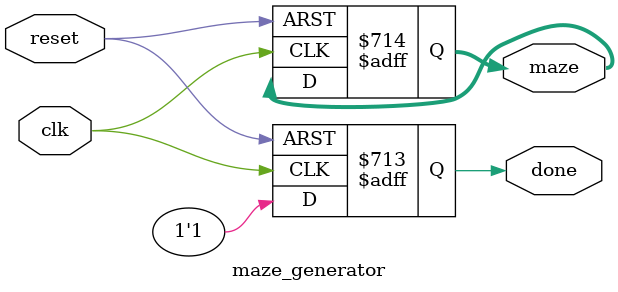
<source format=v>
module maze_generator (
    input  wire        clk,
    input  wire        reset,
    output reg         done,
    output reg [624:0] maze
);

    localparam WALL = 1'b0;
    localparam PATH = 1'b1;


    function automatic [9:0] idx;
        input [4:0] x;
        input [4:0] y;
        begin
            idx = y*10'd25 + x;
        end
    endfunction

    
    reg inited;

    integer x, y;

    always @(posedge clk or posedge reset) begin
        if (reset) begin
            inited <= 1'b0;
            done   <= 1'b0;
            maze   <= {625{1'b0}}; 
          
            for (y = 0; y < 25; y = y + 1) begin
                for (x = 0; x < 25; x = x + 1) begin
                    if (x == 0 || x == 24 || y == 0 || y == 24)
                        maze[idx(x,y)] <= WALL;
                    else
                        maze[idx(x,y)] <= PATH; 
                end
            end

  

            
            for (x = 3; x <= 21; x = x + 1) begin
                if (x != 12) maze[idx(x, 6)] <= WALL;
            end

            
            for (y = 8; y <= 20; y = y + 1) begin
                if (y != 12) maze[idx(6, y)] <= WALL;
            end

            
            for (y = 4; y <= 18; y = y + 1) begin
                if (y != 10) maze[idx(18, y)] <= WALL;
            end

            
            for (x = 4; x <= 8; x = x + 1) begin
                if (x != 6) maze[idx(x, 3)] <= WALL;
            end

           
            for (x = 8; x <= 16; x = x + 1) begin
                if (x != 12) maze[idx(x, 12)] <= WALL;
            end

            for (x = 4; x <= 22; x = x + 1) begin
                if (x != 10 && x != 16) maze[idx(x, 18)] <= WALL;
            end

           
            maze[idx(9, 9)]  <= WALL;
            maze[idx(10, 10)]<= WALL;
            maze[idx(11, 11)]<= WALL;

            // ensure sprite loc and reasure loc are free
            maze[idx(5'd1, 5'd1)]   <= PATH;
            maze[idx(5'd23, 5'd23)] <= PATH;

           
            inited <= 1'b1;
            done   <= 1'b1; // signal ready
        end
        else begin
            
            done <= 1'b1;
        end
    end

endmodule


</source>
